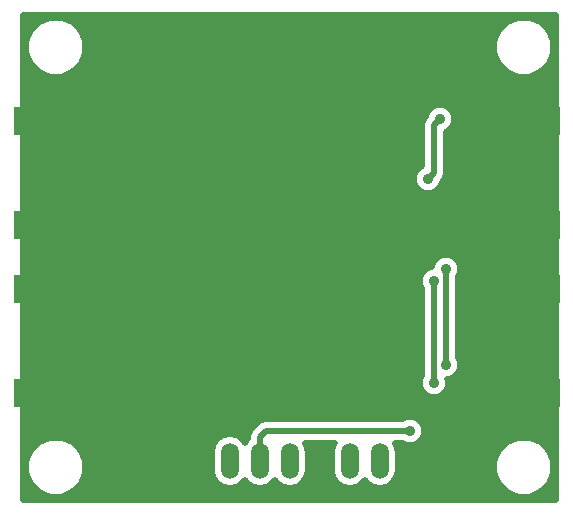
<source format=gbl>
%FSLAX34Y34*%
G04 Gerber Fmt 3.4, Leading zero omitted, Abs format*
G04 (created by PCBNEW (2014-03-19 BZR 4756)-product) date Mon Jun 30 13:49:00 2014*
%MOIN*%
G01*
G70*
G90*
G04 APERTURE LIST*
%ADD10C,0.005906*%
%ADD11R,0.200787X0.094488*%
%ADD12O,0.059300X0.118700*%
%ADD13C,0.035000*%
%ADD14C,0.019685*%
G04 APERTURE END LIST*
G54D10*
G54D11*
X51800Y-44732D03*
X51800Y-41267D03*
X51800Y-39132D03*
X51800Y-35667D03*
X68000Y-39132D03*
X68000Y-35667D03*
X68000Y-44732D03*
X68000Y-41267D03*
G54D12*
X63000Y-47000D03*
X62000Y-47000D03*
X61000Y-47000D03*
X60000Y-47000D03*
X59000Y-47000D03*
X58000Y-47000D03*
G54D13*
X63800Y-45000D03*
X61400Y-40400D03*
X59800Y-40600D03*
X58200Y-45600D03*
X53200Y-35600D03*
X53200Y-39200D03*
X53200Y-41400D03*
X53200Y-44800D03*
X66600Y-44800D03*
X66600Y-41200D03*
X66600Y-39200D03*
X66600Y-35600D03*
X55600Y-35000D03*
X62200Y-33800D03*
X58000Y-37400D03*
X60000Y-36800D03*
X63400Y-36600D03*
X63400Y-42600D03*
X61200Y-44200D03*
X60400Y-44200D03*
X56400Y-44400D03*
X65000Y-35600D03*
X64600Y-37600D03*
X64800Y-44400D03*
X64800Y-41000D03*
X65200Y-40600D03*
X65200Y-43800D03*
X64000Y-46000D03*
G54D14*
X65000Y-35600D02*
X64800Y-35800D01*
X64800Y-35800D02*
X64800Y-37400D01*
X64800Y-37400D02*
X64600Y-37600D01*
X64800Y-41000D02*
X64800Y-44400D01*
X65200Y-40600D02*
X65200Y-43800D01*
X59000Y-46200D02*
X59000Y-47000D01*
X59200Y-46000D02*
X59000Y-46200D01*
X64000Y-46000D02*
X59200Y-46000D01*
G54D10*
G36*
X68885Y-48285D02*
X68784Y-48285D01*
X68784Y-47005D01*
X68784Y-33005D01*
X68634Y-32643D01*
X68358Y-32366D01*
X67996Y-32215D01*
X67605Y-32215D01*
X67243Y-32365D01*
X66966Y-32641D01*
X66815Y-33003D01*
X66815Y-33394D01*
X66965Y-33756D01*
X67241Y-34033D01*
X67603Y-34184D01*
X67994Y-34184D01*
X68356Y-34034D01*
X68633Y-33758D01*
X68784Y-33396D01*
X68784Y-33005D01*
X68784Y-47005D01*
X68634Y-46643D01*
X68358Y-46366D01*
X67996Y-46215D01*
X67605Y-46215D01*
X67243Y-46365D01*
X66966Y-46641D01*
X66815Y-47003D01*
X66815Y-47394D01*
X66965Y-47756D01*
X67241Y-48033D01*
X67603Y-48184D01*
X67994Y-48184D01*
X68356Y-48034D01*
X68633Y-47758D01*
X68784Y-47396D01*
X68784Y-47005D01*
X68784Y-48285D01*
X65670Y-48285D01*
X65670Y-43706D01*
X65598Y-43533D01*
X65593Y-43528D01*
X65593Y-40871D01*
X65598Y-40866D01*
X65670Y-40693D01*
X65670Y-40506D01*
X65598Y-40333D01*
X65470Y-40205D01*
X65470Y-35506D01*
X65398Y-35333D01*
X65266Y-35201D01*
X65093Y-35129D01*
X64906Y-35129D01*
X64733Y-35201D01*
X64601Y-35333D01*
X64529Y-35506D01*
X64529Y-35513D01*
X64521Y-35521D01*
X64436Y-35649D01*
X64406Y-35800D01*
X64406Y-37171D01*
X64333Y-37201D01*
X64201Y-37333D01*
X64129Y-37506D01*
X64129Y-37693D01*
X64201Y-37866D01*
X64333Y-37998D01*
X64506Y-38070D01*
X64693Y-38070D01*
X64866Y-37998D01*
X64998Y-37866D01*
X65070Y-37693D01*
X65070Y-37686D01*
X65078Y-37678D01*
X65078Y-37678D01*
X65078Y-37678D01*
X65163Y-37550D01*
X65163Y-37550D01*
X65193Y-37400D01*
X65193Y-36028D01*
X65266Y-35998D01*
X65398Y-35866D01*
X65470Y-35693D01*
X65470Y-35506D01*
X65470Y-40205D01*
X65466Y-40201D01*
X65293Y-40129D01*
X65106Y-40129D01*
X64933Y-40201D01*
X64801Y-40333D01*
X64729Y-40506D01*
X64729Y-40529D01*
X64706Y-40529D01*
X64533Y-40601D01*
X64401Y-40733D01*
X64329Y-40906D01*
X64329Y-41093D01*
X64401Y-41266D01*
X64406Y-41271D01*
X64406Y-44128D01*
X64401Y-44133D01*
X64329Y-44306D01*
X64329Y-44493D01*
X64401Y-44666D01*
X64533Y-44798D01*
X64706Y-44870D01*
X64893Y-44870D01*
X65066Y-44798D01*
X65198Y-44666D01*
X65270Y-44493D01*
X65270Y-44306D01*
X65255Y-44270D01*
X65293Y-44270D01*
X65466Y-44198D01*
X65598Y-44066D01*
X65670Y-43893D01*
X65670Y-43706D01*
X65670Y-48285D01*
X64470Y-48285D01*
X64470Y-45906D01*
X64398Y-45733D01*
X64266Y-45601D01*
X64093Y-45529D01*
X63906Y-45529D01*
X63733Y-45601D01*
X63728Y-45606D01*
X59200Y-45606D01*
X59049Y-45636D01*
X58921Y-45721D01*
X58921Y-45721D01*
X58721Y-45921D01*
X58636Y-46049D01*
X58606Y-46200D01*
X58606Y-46250D01*
X58581Y-46267D01*
X58500Y-46389D01*
X58418Y-46267D01*
X58226Y-46138D01*
X58000Y-46093D01*
X57773Y-46138D01*
X57581Y-46267D01*
X57453Y-46459D01*
X57408Y-46685D01*
X57408Y-47314D01*
X57453Y-47540D01*
X57581Y-47732D01*
X57773Y-47861D01*
X58000Y-47906D01*
X58226Y-47861D01*
X58418Y-47732D01*
X58500Y-47610D01*
X58581Y-47732D01*
X58773Y-47861D01*
X59000Y-47906D01*
X59226Y-47861D01*
X59418Y-47732D01*
X59500Y-47610D01*
X59581Y-47732D01*
X59773Y-47861D01*
X60000Y-47906D01*
X60226Y-47861D01*
X60418Y-47732D01*
X60546Y-47540D01*
X60591Y-47314D01*
X60591Y-46685D01*
X60546Y-46459D01*
X60503Y-46393D01*
X61496Y-46393D01*
X61453Y-46459D01*
X61408Y-46685D01*
X61408Y-47314D01*
X61453Y-47540D01*
X61581Y-47732D01*
X61773Y-47861D01*
X62000Y-47906D01*
X62226Y-47861D01*
X62418Y-47732D01*
X62500Y-47610D01*
X62581Y-47732D01*
X62773Y-47861D01*
X63000Y-47906D01*
X63226Y-47861D01*
X63418Y-47732D01*
X63546Y-47540D01*
X63591Y-47314D01*
X63591Y-46685D01*
X63546Y-46459D01*
X63503Y-46393D01*
X63728Y-46393D01*
X63733Y-46398D01*
X63906Y-46470D01*
X64093Y-46470D01*
X64266Y-46398D01*
X64398Y-46266D01*
X64470Y-46093D01*
X64470Y-45906D01*
X64470Y-48285D01*
X53184Y-48285D01*
X53184Y-47005D01*
X53184Y-33005D01*
X53034Y-32643D01*
X52758Y-32366D01*
X52396Y-32215D01*
X52005Y-32215D01*
X51643Y-32365D01*
X51366Y-32641D01*
X51215Y-33003D01*
X51215Y-33394D01*
X51365Y-33756D01*
X51641Y-34033D01*
X52003Y-34184D01*
X52394Y-34184D01*
X52756Y-34034D01*
X53033Y-33758D01*
X53184Y-33396D01*
X53184Y-33005D01*
X53184Y-47005D01*
X53034Y-46643D01*
X52758Y-46366D01*
X52396Y-46215D01*
X52005Y-46215D01*
X51643Y-46365D01*
X51366Y-46641D01*
X51215Y-47003D01*
X51215Y-47394D01*
X51365Y-47756D01*
X51641Y-48033D01*
X52003Y-48184D01*
X52394Y-48184D01*
X52756Y-48034D01*
X53033Y-47758D01*
X53184Y-47396D01*
X53184Y-47005D01*
X53184Y-48285D01*
X51114Y-48285D01*
X51114Y-48000D01*
X51114Y-47600D01*
X51114Y-34400D01*
X51114Y-33800D01*
X51114Y-33000D01*
X51114Y-32600D01*
X51114Y-32114D01*
X68885Y-32114D01*
X68885Y-32600D01*
X68885Y-33000D01*
X68885Y-48000D01*
X68885Y-48285D01*
X68885Y-48285D01*
G37*
G54D14*
X68885Y-48285D02*
X68784Y-48285D01*
X68784Y-47005D01*
X68784Y-33005D01*
X68634Y-32643D01*
X68358Y-32366D01*
X67996Y-32215D01*
X67605Y-32215D01*
X67243Y-32365D01*
X66966Y-32641D01*
X66815Y-33003D01*
X66815Y-33394D01*
X66965Y-33756D01*
X67241Y-34033D01*
X67603Y-34184D01*
X67994Y-34184D01*
X68356Y-34034D01*
X68633Y-33758D01*
X68784Y-33396D01*
X68784Y-33005D01*
X68784Y-47005D01*
X68634Y-46643D01*
X68358Y-46366D01*
X67996Y-46215D01*
X67605Y-46215D01*
X67243Y-46365D01*
X66966Y-46641D01*
X66815Y-47003D01*
X66815Y-47394D01*
X66965Y-47756D01*
X67241Y-48033D01*
X67603Y-48184D01*
X67994Y-48184D01*
X68356Y-48034D01*
X68633Y-47758D01*
X68784Y-47396D01*
X68784Y-47005D01*
X68784Y-48285D01*
X65670Y-48285D01*
X65670Y-43706D01*
X65598Y-43533D01*
X65593Y-43528D01*
X65593Y-40871D01*
X65598Y-40866D01*
X65670Y-40693D01*
X65670Y-40506D01*
X65598Y-40333D01*
X65470Y-40205D01*
X65470Y-35506D01*
X65398Y-35333D01*
X65266Y-35201D01*
X65093Y-35129D01*
X64906Y-35129D01*
X64733Y-35201D01*
X64601Y-35333D01*
X64529Y-35506D01*
X64529Y-35513D01*
X64521Y-35521D01*
X64436Y-35649D01*
X64406Y-35800D01*
X64406Y-37171D01*
X64333Y-37201D01*
X64201Y-37333D01*
X64129Y-37506D01*
X64129Y-37693D01*
X64201Y-37866D01*
X64333Y-37998D01*
X64506Y-38070D01*
X64693Y-38070D01*
X64866Y-37998D01*
X64998Y-37866D01*
X65070Y-37693D01*
X65070Y-37686D01*
X65078Y-37678D01*
X65078Y-37678D01*
X65078Y-37678D01*
X65163Y-37550D01*
X65163Y-37550D01*
X65193Y-37400D01*
X65193Y-36028D01*
X65266Y-35998D01*
X65398Y-35866D01*
X65470Y-35693D01*
X65470Y-35506D01*
X65470Y-40205D01*
X65466Y-40201D01*
X65293Y-40129D01*
X65106Y-40129D01*
X64933Y-40201D01*
X64801Y-40333D01*
X64729Y-40506D01*
X64729Y-40529D01*
X64706Y-40529D01*
X64533Y-40601D01*
X64401Y-40733D01*
X64329Y-40906D01*
X64329Y-41093D01*
X64401Y-41266D01*
X64406Y-41271D01*
X64406Y-44128D01*
X64401Y-44133D01*
X64329Y-44306D01*
X64329Y-44493D01*
X64401Y-44666D01*
X64533Y-44798D01*
X64706Y-44870D01*
X64893Y-44870D01*
X65066Y-44798D01*
X65198Y-44666D01*
X65270Y-44493D01*
X65270Y-44306D01*
X65255Y-44270D01*
X65293Y-44270D01*
X65466Y-44198D01*
X65598Y-44066D01*
X65670Y-43893D01*
X65670Y-43706D01*
X65670Y-48285D01*
X64470Y-48285D01*
X64470Y-45906D01*
X64398Y-45733D01*
X64266Y-45601D01*
X64093Y-45529D01*
X63906Y-45529D01*
X63733Y-45601D01*
X63728Y-45606D01*
X59200Y-45606D01*
X59049Y-45636D01*
X58921Y-45721D01*
X58921Y-45721D01*
X58721Y-45921D01*
X58636Y-46049D01*
X58606Y-46200D01*
X58606Y-46250D01*
X58581Y-46267D01*
X58500Y-46389D01*
X58418Y-46267D01*
X58226Y-46138D01*
X58000Y-46093D01*
X57773Y-46138D01*
X57581Y-46267D01*
X57453Y-46459D01*
X57408Y-46685D01*
X57408Y-47314D01*
X57453Y-47540D01*
X57581Y-47732D01*
X57773Y-47861D01*
X58000Y-47906D01*
X58226Y-47861D01*
X58418Y-47732D01*
X58500Y-47610D01*
X58581Y-47732D01*
X58773Y-47861D01*
X59000Y-47906D01*
X59226Y-47861D01*
X59418Y-47732D01*
X59500Y-47610D01*
X59581Y-47732D01*
X59773Y-47861D01*
X60000Y-47906D01*
X60226Y-47861D01*
X60418Y-47732D01*
X60546Y-47540D01*
X60591Y-47314D01*
X60591Y-46685D01*
X60546Y-46459D01*
X60503Y-46393D01*
X61496Y-46393D01*
X61453Y-46459D01*
X61408Y-46685D01*
X61408Y-47314D01*
X61453Y-47540D01*
X61581Y-47732D01*
X61773Y-47861D01*
X62000Y-47906D01*
X62226Y-47861D01*
X62418Y-47732D01*
X62500Y-47610D01*
X62581Y-47732D01*
X62773Y-47861D01*
X63000Y-47906D01*
X63226Y-47861D01*
X63418Y-47732D01*
X63546Y-47540D01*
X63591Y-47314D01*
X63591Y-46685D01*
X63546Y-46459D01*
X63503Y-46393D01*
X63728Y-46393D01*
X63733Y-46398D01*
X63906Y-46470D01*
X64093Y-46470D01*
X64266Y-46398D01*
X64398Y-46266D01*
X64470Y-46093D01*
X64470Y-45906D01*
X64470Y-48285D01*
X53184Y-48285D01*
X53184Y-47005D01*
X53184Y-33005D01*
X53034Y-32643D01*
X52758Y-32366D01*
X52396Y-32215D01*
X52005Y-32215D01*
X51643Y-32365D01*
X51366Y-32641D01*
X51215Y-33003D01*
X51215Y-33394D01*
X51365Y-33756D01*
X51641Y-34033D01*
X52003Y-34184D01*
X52394Y-34184D01*
X52756Y-34034D01*
X53033Y-33758D01*
X53184Y-33396D01*
X53184Y-33005D01*
X53184Y-47005D01*
X53034Y-46643D01*
X52758Y-46366D01*
X52396Y-46215D01*
X52005Y-46215D01*
X51643Y-46365D01*
X51366Y-46641D01*
X51215Y-47003D01*
X51215Y-47394D01*
X51365Y-47756D01*
X51641Y-48033D01*
X52003Y-48184D01*
X52394Y-48184D01*
X52756Y-48034D01*
X53033Y-47758D01*
X53184Y-47396D01*
X53184Y-47005D01*
X53184Y-48285D01*
X51114Y-48285D01*
X51114Y-48000D01*
X51114Y-47600D01*
X51114Y-34400D01*
X51114Y-33800D01*
X51114Y-33000D01*
X51114Y-32600D01*
X51114Y-32114D01*
X68885Y-32114D01*
X68885Y-32600D01*
X68885Y-33000D01*
X68885Y-48000D01*
X68885Y-48285D01*
M02*

</source>
